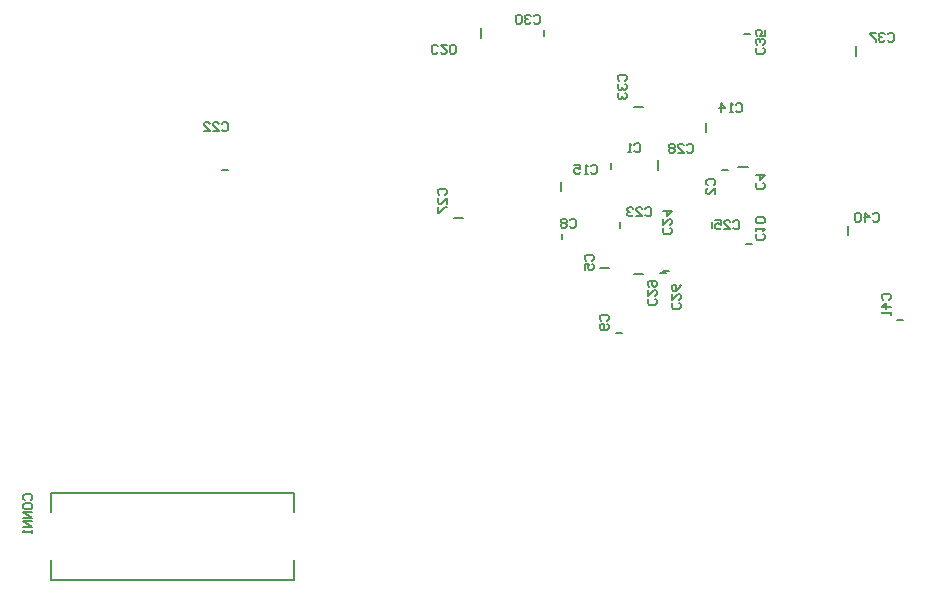
<source format=gbo>
%FSLAX24Y24*%
%MOIN*%
G70*
G01*
G75*
G04 Layer_Color=32896*
%ADD10R,0.0394X0.0433*%
%ADD11C,0.0177*%
%ADD12R,0.0748X0.0197*%
%ADD13R,0.0197X0.0748*%
%ADD14R,0.0177X0.0669*%
%ADD15R,0.0177X0.0669*%
%ADD16R,0.0500X0.1449*%
%ADD17R,0.0787X0.0551*%
%ADD18R,0.1083X0.0394*%
%ADD19R,0.0945X0.0354*%
%ADD20R,0.0433X0.0394*%
%ADD21R,0.1024X0.0945*%
%ADD22R,0.0630X0.0709*%
%ADD23R,0.0945X0.1024*%
%ADD24R,0.1000X0.1400*%
%ADD25R,0.0300X0.0600*%
%ADD26R,0.0709X0.0630*%
%ADD27R,0.0630X0.0512*%
%ADD28C,0.0060*%
%ADD29C,0.0120*%
%ADD30C,0.0100*%
%ADD31C,0.0200*%
%ADD32C,0.0110*%
%ADD33C,0.0160*%
%ADD34C,0.0300*%
%ADD35R,0.0591X0.0591*%
%ADD36C,0.0591*%
%ADD37C,0.1339*%
%ADD38C,0.1339*%
%ADD39C,0.0433*%
%ADD40C,0.0669*%
%ADD41C,0.0200*%
%ADD42C,0.0400*%
%ADD43R,0.0276X0.0354*%
%ADD44R,0.0354X0.0276*%
%ADD45R,0.0276X0.0787*%
%ADD46R,0.0512X0.1339*%
%ADD47C,0.0098*%
%ADD48C,0.0079*%
%ADD49C,0.0080*%
%ADD50C,0.0070*%
%ADD51C,0.0040*%
%ADD52C,0.0600*%
%ADD53C,0.0150*%
%ADD54R,0.0098X0.1575*%
D48*
X48648Y55043D02*
Y55357D01*
X41243Y53331D02*
X41557D01*
X36152Y55643D02*
Y55957D01*
X44902Y55751D02*
X45098D01*
X38234Y55702D02*
Y55898D01*
X48388Y49058D02*
Y49372D01*
X50000Y46220D02*
X50197D01*
X35243Y49648D02*
X35557D01*
X27502Y51222D02*
X27698D01*
X38818Y50532D02*
Y50846D01*
X43641Y52500D02*
Y52815D01*
X44980Y48779D02*
X45177D01*
X40652Y45809D02*
X40848D01*
X38838Y48917D02*
Y49114D01*
X40098Y47972D02*
X40413D01*
X44724Y51339D02*
X45039D01*
X44193Y51221D02*
X44390D01*
X40492Y51280D02*
Y51476D01*
X42126Y47795D02*
X42323D01*
X43839Y49311D02*
Y49508D01*
X42224Y47874D02*
X42421D01*
X40766Y49302D02*
Y49498D01*
X41243Y47752D02*
X41557D01*
X42048Y51243D02*
Y51557D01*
D49*
X29908Y39828D02*
Y40478D01*
X21808D02*
X29908D01*
X21808Y39828D02*
Y40478D01*
X29908Y37578D02*
Y38228D01*
X21808Y37578D02*
X29908D01*
X21808D02*
Y38228D01*
D50*
X20933Y40223D02*
X20883Y40273D01*
Y40373D01*
X20933Y40423D01*
X21133D01*
X21183Y40373D01*
Y40273D01*
X21133Y40223D01*
X20883Y39973D02*
Y40073D01*
X20933Y40123D01*
X21133D01*
X21183Y40073D01*
Y39973D01*
X21133Y39923D01*
X20933D01*
X20883Y39973D01*
X21183Y39823D02*
X20883D01*
X21183Y39623D01*
X20883D01*
X21183Y39523D02*
X20883D01*
X21183Y39323D01*
X20883D01*
X21183Y39223D02*
Y39123D01*
Y39173D01*
X20883D01*
X20933Y39223D01*
X49700Y55750D02*
X49750Y55800D01*
X49850D01*
X49900Y55750D01*
Y55550D01*
X49850Y55500D01*
X49750D01*
X49700Y55550D01*
X49600Y55750D02*
X49550Y55800D01*
X49450D01*
X49400Y55750D01*
Y55700D01*
X49450Y55650D01*
X49500D01*
X49450D01*
X49400Y55600D01*
Y55550D01*
X49450Y55500D01*
X49550D01*
X49600Y55550D01*
X49300Y55800D02*
X49100D01*
Y55750D01*
X49300Y55550D01*
Y55500D01*
X45550Y55300D02*
X45600Y55250D01*
Y55150D01*
X45550Y55100D01*
X45350D01*
X45300Y55150D01*
Y55250D01*
X45350Y55300D01*
X45550Y55400D02*
X45600Y55450D01*
Y55550D01*
X45550Y55600D01*
X45500D01*
X45450Y55550D01*
Y55500D01*
Y55550D01*
X45400Y55600D01*
X45350D01*
X45300Y55550D01*
Y55450D01*
X45350Y55400D01*
X45600Y55900D02*
Y55700D01*
X45450D01*
X45500Y55800D01*
Y55850D01*
X45450Y55900D01*
X45350D01*
X45300Y55850D01*
Y55750D01*
X45350Y55700D01*
X40750Y54200D02*
X40700Y54250D01*
Y54350D01*
X40750Y54400D01*
X40950D01*
X41000Y54350D01*
Y54250D01*
X40950Y54200D01*
X40750Y54100D02*
X40700Y54050D01*
Y53950D01*
X40750Y53900D01*
X40800D01*
X40850Y53950D01*
Y54000D01*
Y53950D01*
X40900Y53900D01*
X40950D01*
X41000Y53950D01*
Y54050D01*
X40950Y54100D01*
X40750Y53800D02*
X40700Y53750D01*
Y53650D01*
X40750Y53600D01*
X40800D01*
X40850Y53650D01*
Y53700D01*
Y53650D01*
X40900Y53600D01*
X40950D01*
X41000Y53650D01*
Y53750D01*
X40950Y53800D01*
X37900Y56350D02*
X37950Y56400D01*
X38050D01*
X38100Y56350D01*
Y56150D01*
X38050Y56100D01*
X37950D01*
X37900Y56150D01*
X37800Y56350D02*
X37750Y56400D01*
X37650D01*
X37600Y56350D01*
Y56300D01*
X37650Y56250D01*
X37700D01*
X37650D01*
X37600Y56200D01*
Y56150D01*
X37650Y56100D01*
X37750D01*
X37800Y56150D01*
X37500Y56350D02*
X37450Y56400D01*
X37350D01*
X37300Y56350D01*
Y56150D01*
X37350Y56100D01*
X37450D01*
X37500Y56150D01*
Y56350D01*
X34700Y55150D02*
X34650Y55100D01*
X34550D01*
X34500Y55150D01*
Y55350D01*
X34550Y55400D01*
X34650D01*
X34700Y55350D01*
X35000Y55400D02*
X34800D01*
X35000Y55200D01*
Y55150D01*
X34950Y55100D01*
X34850D01*
X34800Y55150D01*
X35100D02*
X35150Y55100D01*
X35250D01*
X35300Y55150D01*
Y55350D01*
X35250Y55400D01*
X35150D01*
X35100Y55350D01*
Y55150D01*
X49550Y46900D02*
X49500Y46950D01*
Y47050D01*
X49550Y47100D01*
X49750D01*
X49800Y47050D01*
Y46950D01*
X49750Y46900D01*
X49800Y46650D02*
X49500D01*
X49650Y46800D01*
Y46600D01*
X49800Y46500D02*
Y46400D01*
Y46450D01*
X49500D01*
X49550Y46500D01*
X49200Y49750D02*
X49250Y49800D01*
X49350D01*
X49400Y49750D01*
Y49550D01*
X49350Y49500D01*
X49250D01*
X49200Y49550D01*
X48950Y49500D02*
Y49800D01*
X49100Y49650D01*
X48900D01*
X48800Y49750D02*
X48750Y49800D01*
X48650D01*
X48600Y49750D01*
Y49550D01*
X48650Y49500D01*
X48750D01*
X48800Y49550D01*
Y49750D01*
X41950Y46948D02*
X42000Y46898D01*
Y46798D01*
X41950Y46748D01*
X41750D01*
X41700Y46798D01*
Y46898D01*
X41750Y46948D01*
X41700Y47248D02*
Y47048D01*
X41900Y47248D01*
X41950D01*
X42000Y47198D01*
Y47098D01*
X41950Y47048D01*
X41750Y47348D02*
X41700Y47398D01*
Y47498D01*
X41750Y47548D01*
X41950D01*
X42000Y47498D01*
Y47398D01*
X41950Y47348D01*
X41900D01*
X41850Y47398D01*
Y47548D01*
X43000Y52050D02*
X43050Y52100D01*
X43150D01*
X43200Y52050D01*
Y51850D01*
X43150Y51800D01*
X43050D01*
X43000Y51850D01*
X42700Y51800D02*
X42900D01*
X42700Y52000D01*
Y52050D01*
X42750Y52100D01*
X42850D01*
X42900Y52050D01*
X42600D02*
X42550Y52100D01*
X42450D01*
X42400Y52050D01*
Y52000D01*
X42450Y51950D01*
X42400Y51900D01*
Y51850D01*
X42450Y51800D01*
X42550D01*
X42600Y51850D01*
Y51900D01*
X42550Y51950D01*
X42600Y52000D01*
Y52050D01*
X42550Y51950D02*
X42450D01*
X34750Y50400D02*
X34700Y50450D01*
Y50550D01*
X34750Y50600D01*
X34950D01*
X35000Y50550D01*
Y50450D01*
X34950Y50400D01*
X35000Y50100D02*
Y50300D01*
X34800Y50100D01*
X34750D01*
X34700Y50150D01*
Y50250D01*
X34750Y50300D01*
X34700Y50000D02*
Y49800D01*
X34750D01*
X34950Y50000D01*
X35000D01*
X42750Y46800D02*
X42800Y46750D01*
Y46650D01*
X42750Y46600D01*
X42550D01*
X42500Y46650D01*
Y46750D01*
X42550Y46800D01*
X42500Y47100D02*
Y46900D01*
X42700Y47100D01*
X42750D01*
X42800Y47050D01*
Y46950D01*
X42750Y46900D01*
X42800Y47400D02*
X42750Y47300D01*
X42650Y47200D01*
X42550D01*
X42500Y47250D01*
Y47350D01*
X42550Y47400D01*
X42600D01*
X42650Y47350D01*
Y47200D01*
X44548Y49509D02*
X44598Y49559D01*
X44697D01*
X44747Y49509D01*
Y49309D01*
X44697Y49259D01*
X44598D01*
X44548Y49309D01*
X44248Y49259D02*
X44448D01*
X44248Y49459D01*
Y49509D01*
X44298Y49559D01*
X44398D01*
X44448Y49509D01*
X43948Y49559D02*
X44148D01*
Y49409D01*
X44048Y49459D01*
X43998D01*
X43948Y49409D01*
Y49309D01*
X43998Y49259D01*
X44098D01*
X44148Y49309D01*
X42450Y49300D02*
X42500Y49250D01*
Y49150D01*
X42450Y49100D01*
X42250D01*
X42200Y49150D01*
Y49250D01*
X42250Y49300D01*
X42200Y49600D02*
Y49400D01*
X42400Y49600D01*
X42450D01*
X42500Y49550D01*
Y49450D01*
X42450Y49400D01*
X42200Y49850D02*
X42500D01*
X42350Y49700D01*
Y49900D01*
X41614Y49938D02*
X41664Y49988D01*
X41764D01*
X41814Y49938D01*
Y49738D01*
X41764Y49688D01*
X41664D01*
X41614Y49738D01*
X41314Y49688D02*
X41514D01*
X41314Y49888D01*
Y49938D01*
X41364Y49988D01*
X41464D01*
X41514Y49938D01*
X41214D02*
X41164Y49988D01*
X41064D01*
X41014Y49938D01*
Y49888D01*
X41064Y49838D01*
X41114D01*
X41064D01*
X41014Y49788D01*
Y49738D01*
X41064Y49688D01*
X41164D01*
X41214Y49738D01*
X27510Y52770D02*
X27560Y52820D01*
X27660D01*
X27710Y52770D01*
Y52570D01*
X27660Y52520D01*
X27560D01*
X27510Y52570D01*
X27210Y52520D02*
X27410D01*
X27210Y52720D01*
Y52770D01*
X27260Y52820D01*
X27360D01*
X27410Y52770D01*
X26910Y52520D02*
X27110D01*
X26910Y52720D01*
Y52770D01*
X26960Y52820D01*
X27060D01*
X27110Y52770D01*
X39800Y51350D02*
X39850Y51400D01*
X39950D01*
X40000Y51350D01*
Y51150D01*
X39950Y51100D01*
X39850D01*
X39800Y51150D01*
X39700Y51100D02*
X39600D01*
X39650D01*
Y51400D01*
X39700Y51350D01*
X39250Y51400D02*
X39450D01*
Y51250D01*
X39350Y51300D01*
X39300D01*
X39250Y51250D01*
Y51150D01*
X39300Y51100D01*
X39400D01*
X39450Y51150D01*
X44630Y53410D02*
X44680Y53460D01*
X44780D01*
X44830Y53410D01*
Y53210D01*
X44780Y53160D01*
X44680D01*
X44630Y53210D01*
X44530Y53160D02*
X44430D01*
X44480D01*
Y53460D01*
X44530Y53410D01*
X44130Y53160D02*
Y53460D01*
X44280Y53310D01*
X44080D01*
X45550Y49100D02*
X45600Y49050D01*
Y48950D01*
X45550Y48900D01*
X45350D01*
X45300Y48950D01*
Y49050D01*
X45350Y49100D01*
X45300Y49200D02*
Y49300D01*
Y49250D01*
X45600D01*
X45550Y49200D01*
Y49450D02*
X45600Y49500D01*
Y49600D01*
X45550Y49650D01*
X45350D01*
X45300Y49600D01*
Y49500D01*
X45350Y49450D01*
X45550D01*
X40150Y46200D02*
X40100Y46250D01*
Y46350D01*
X40150Y46400D01*
X40350D01*
X40400Y46350D01*
Y46250D01*
X40350Y46200D01*
Y46100D02*
X40400Y46050D01*
Y45950D01*
X40350Y45900D01*
X40150D01*
X40100Y45950D01*
Y46050D01*
X40150Y46100D01*
X40200D01*
X40250Y46050D01*
Y45900D01*
X39100Y49550D02*
X39150Y49600D01*
X39250D01*
X39300Y49550D01*
Y49350D01*
X39250Y49300D01*
X39150D01*
X39100Y49350D01*
X39000Y49550D02*
X38950Y49600D01*
X38850D01*
X38800Y49550D01*
Y49500D01*
X38850Y49450D01*
X38800Y49400D01*
Y49350D01*
X38850Y49300D01*
X38950D01*
X39000Y49350D01*
Y49400D01*
X38950Y49450D01*
X39000Y49500D01*
Y49550D01*
X38950Y49450D02*
X38850D01*
X39650Y48200D02*
X39600Y48250D01*
Y48350D01*
X39650Y48400D01*
X39850D01*
X39900Y48350D01*
Y48250D01*
X39850Y48200D01*
X39600Y47900D02*
Y48100D01*
X39750D01*
X39700Y48000D01*
Y47950D01*
X39750Y47900D01*
X39850D01*
X39900Y47950D01*
Y48050D01*
X39850Y48100D01*
X45550Y50800D02*
X45600Y50750D01*
Y50650D01*
X45550Y50600D01*
X45350D01*
X45300Y50650D01*
Y50750D01*
X45350Y50800D01*
X45300Y51050D02*
X45600D01*
X45450Y50900D01*
Y51100D01*
X43706Y50726D02*
X43656Y50776D01*
Y50876D01*
X43706Y50926D01*
X43906D01*
X43956Y50876D01*
Y50776D01*
X43906Y50726D01*
X43956Y50426D02*
Y50626D01*
X43756Y50426D01*
X43706D01*
X43656Y50476D01*
Y50576D01*
X43706Y50626D01*
X41250Y52080D02*
X41300Y52130D01*
X41400D01*
X41450Y52080D01*
Y51880D01*
X41400Y51830D01*
X41300D01*
X41250Y51880D01*
X41150Y51830D02*
X41050D01*
X41100D01*
Y52130D01*
X41150Y52080D01*
M02*

</source>
